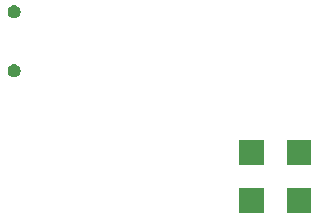
<source format=gbr>
G04 #@! TF.GenerationSoftware,KiCad,Pcbnew,5.1.4*
G04 #@! TF.CreationDate,2019-09-01T13:26:14+02:00*
G04 #@! TF.ProjectId,kroneum,6b726f6e-6575-46d2-9e6b-696361645f70,rev?*
G04 #@! TF.SameCoordinates,PX9eae8f0PY7ec80e0*
G04 #@! TF.FileFunction,Soldermask,Bot*
G04 #@! TF.FilePolarity,Negative*
%FSLAX46Y46*%
G04 Gerber Fmt 4.6, Leading zero omitted, Abs format (unit mm)*
G04 Created by KiCad (PCBNEW 5.1.4) date 2019-09-01 13:26:14*
%MOMM*%
%LPD*%
G04 APERTURE LIST*
%ADD10C,0.020000*%
G04 APERTURE END LIST*
D10*
G36*
X-11739000Y17964000D02*
G01*
X-13841000Y17964000D01*
X-13841000Y20066000D01*
X-11739000Y20066000D01*
X-11739000Y17964000D01*
X-11739000Y17964000D01*
G37*
G36*
X-15789000Y17964000D02*
G01*
X-17891000Y17964000D01*
X-17891000Y20066000D01*
X-15789000Y20066000D01*
X-15789000Y17964000D01*
X-15789000Y17964000D01*
G37*
G36*
X-11739000Y22014000D02*
G01*
X-13841000Y22014000D01*
X-13841000Y24116000D01*
X-11739000Y24116000D01*
X-11739000Y22014000D01*
X-11739000Y22014000D01*
G37*
G36*
X-15789000Y22014000D02*
G01*
X-17891000Y22014000D01*
X-17891000Y24116000D01*
X-15789000Y24116000D01*
X-15789000Y22014000D01*
X-15789000Y22014000D01*
G37*
G36*
X-36741779Y30519826D02*
G01*
X-36641505Y30478291D01*
X-36641504Y30478290D01*
X-36551258Y30417990D01*
X-36474510Y30341242D01*
X-36474509Y30341240D01*
X-36414209Y30250995D01*
X-36372674Y30150721D01*
X-36351500Y30044270D01*
X-36351500Y29935730D01*
X-36372674Y29829279D01*
X-36414209Y29729005D01*
X-36414210Y29729004D01*
X-36474510Y29638758D01*
X-36551258Y29562010D01*
X-36596688Y29531655D01*
X-36641505Y29501709D01*
X-36741779Y29460174D01*
X-36848230Y29439000D01*
X-36956770Y29439000D01*
X-37063221Y29460174D01*
X-37163495Y29501709D01*
X-37208312Y29531655D01*
X-37253742Y29562010D01*
X-37330490Y29638758D01*
X-37390790Y29729004D01*
X-37390791Y29729005D01*
X-37432326Y29829279D01*
X-37453500Y29935730D01*
X-37453500Y30044270D01*
X-37432326Y30150721D01*
X-37390791Y30250995D01*
X-37330491Y30341240D01*
X-37330490Y30341242D01*
X-37253742Y30417990D01*
X-37163496Y30478290D01*
X-37163495Y30478291D01*
X-37063221Y30519826D01*
X-36956770Y30541000D01*
X-36848230Y30541000D01*
X-36741779Y30519826D01*
X-36741779Y30519826D01*
G37*
G36*
X-36741779Y35519826D02*
G01*
X-36641505Y35478291D01*
X-36641504Y35478290D01*
X-36551258Y35417990D01*
X-36474510Y35341242D01*
X-36474509Y35341240D01*
X-36414209Y35250995D01*
X-36372674Y35150721D01*
X-36351500Y35044270D01*
X-36351500Y34935730D01*
X-36372674Y34829279D01*
X-36414209Y34729005D01*
X-36414210Y34729004D01*
X-36474510Y34638758D01*
X-36551258Y34562010D01*
X-36596688Y34531655D01*
X-36641505Y34501709D01*
X-36741779Y34460174D01*
X-36848230Y34439000D01*
X-36956770Y34439000D01*
X-37063221Y34460174D01*
X-37163495Y34501709D01*
X-37208312Y34531655D01*
X-37253742Y34562010D01*
X-37330490Y34638758D01*
X-37390790Y34729004D01*
X-37390791Y34729005D01*
X-37432326Y34829279D01*
X-37453500Y34935730D01*
X-37453500Y35044270D01*
X-37432326Y35150721D01*
X-37390791Y35250995D01*
X-37330491Y35341240D01*
X-37330490Y35341242D01*
X-37253742Y35417990D01*
X-37163496Y35478290D01*
X-37163495Y35478291D01*
X-37063221Y35519826D01*
X-36956770Y35541000D01*
X-36848230Y35541000D01*
X-36741779Y35519826D01*
X-36741779Y35519826D01*
G37*
M02*

</source>
